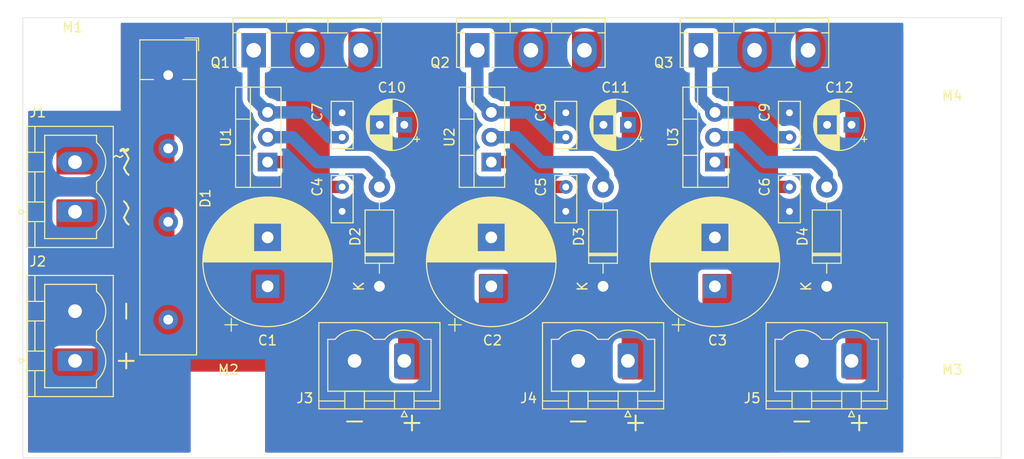
<source format=kicad_pcb>
(kicad_pcb (version 20221018) (generator pcbnew)
  (layers (0 "F.Cu" signal) (31 "B.Cu" signal) (34 "B.Paste" user) (35 "F.Paste" user) (36 "B.SilkS" user "B.Silkscreen") (37 "F.SilkS" user "F.Silkscreen") (38 "B.Mask" user) (39 "F.Mask" user) (44 "Edge.Cuts" user))
  (net 0 "")
  (net 1 "/GND")
  (net 2 "/VCC")
  (net 3 "/+15V")
  (net 4 "Net-(C7-Pad1)")
  (net 5 "/+12V")
  (net 6 "/+5V")
  (net 7 "Net-(D1-Pad2)")
  (net 8 "Net-(D1-Pad3)")
  (net 9 "Net-(D2-Pad2)")
  (net 10 "Net-(D3-Pad2)")
  (net 11 "Net-(D4-Pad2)")
  (net 12 "Net-(C8-Pad1)")
  (net 13 "Net-(C9-Pad1)")
  (footprint "Package_TO_SOT_THT:TO-218-3_Vertical" (layer "F.Cu") (at 141.45 53.34)
    (fp_text reference "Q2" (at -3.81 1.27) (layer "F.SilkS"))
    (fp_text value "TIP3055")
    (pad "1" thru_hole rect (at 0 0) (size 2.5 3.5) (drill 1.5) (layers "*.Cu" "*.Mask") (net 12 "Net-(C8-Pad1)"))
    (pad "2" thru_hole oval (at 5.475 0) (size 2.5 3.5) (drill 1.5) (layers "*.Cu" "*.Mask") (net 2 "/VCC"))
    (pad "3" thru_hole oval (at 10.95 0) (size 2.5 3.5) (drill 1.5) (layers "*.Cu" "*.Mask") (net 5 "/+12V"))
  )
  (footprint "Package_TO_SOT_THT:TO-218-3_Vertical" (layer "F.Cu") (at 164.31 53.34)
    (fp_text reference "Q3" (at -3.81 1.27) (layer "F.SilkS"))
    (fp_text value "TIP3055")
    (pad "1" thru_hole rect (at 0 0) (size 2.5 3.5) (drill 1.5) (layers "*.Cu" "*.Mask") (net 13 "Net-(C9-Pad1)"))
    (pad "2" thru_hole oval (at 5.475 0) (size 2.5 3.5) (drill 1.5) (layers "*.Cu" "*.Mask") (net 2 "/VCC"))
    (pad "3" thru_hole oval (at 10.95 0) (size 2.5 3.5) (drill 1.5) (layers "*.Cu" "*.Mask") (net 6 "/+5V"))
  )
  (footprint "Connector_Phoenix_MSTB:PhoenixContact_MSTBVA_2,5_2-G-5,08_1x02_P5.08mm_Vertical" (layer "F.Cu") (at 100.33 69.85 90)
    (fp_text reference "J1" (at 10.16 -3.81 180) (layer "F.SilkS"))
    (fp_text value "Conn_01x02_Female")
    (pad "1" thru_hole roundrect (at 0 0 90) (size 2.08 3.6) (drill 1.4) (layers "*.Cu" "*.Mask") (roundrect_rratio 0.1201918269) (net 8 "Net-(D1-Pad3)"))
    (pad "2" thru_hole oval (at 5.08 0 90) (size 2.08 3.6) (drill 1.4) (layers "*.Cu" "*.Mask") (net 7 "Net-(D1-Pad2)"))
  )
  (footprint "Package_TO_SOT_THT:TO-218-3_Vertical" (layer "F.Cu") (at 118.59 53.34)
    (fp_text reference "Q1" (at -3.415 1.27) (layer "F.SilkS"))
    (fp_text value "TIP3055")
    (pad "1" thru_hole rect (at 0 0) (size 2.5 3.5) (drill 1.5) (layers "*.Cu" "*.Mask") (net 4 "Net-(C7-Pad1)"))
    (pad "2" thru_hole oval (at 5.475 0) (size 2.5 3.5) (drill 1.5) (layers "*.Cu" "*.Mask") (net 2 "/VCC"))
    (pad "3" thru_hole oval (at 10.95 0) (size 2.5 3.5) (drill 1.5) (layers "*.Cu" "*.Mask") (net 3 "/+15V"))
  )
  (footprint "Connector_Phoenix_MSTB:PhoenixContact_MSTBVA_2,5_2-G-5,08_1x02_P5.08mm_Vertical" (layer "F.Cu") (at 100.33 85.09 90)
    (fp_text reference "J2" (at 10.16 -3.81 180) (layer "F.SilkS"))
    (fp_text value "Conn_01x02_Female")
    (pad "1" thru_hole roundrect (at 0 0 90) (size 2.08 3.6) (drill 1.4) (layers "*.Cu" "*.Mask") (roundrect_rratio 0.1201918269) (net 2 "/VCC"))
    (pad "2" thru_hole oval (at 5.08 0 90) (size 2.08 3.6) (drill 1.4) (layers "*.Cu" "*.Mask") (net 1 "/GND"))
  )
  (footprint "Diode_THT:D_DO-41_SOD81_P10.16mm_Horizontal" (layer "F.Cu") (at 131.445 77.47 90)
    (fp_text reference "D2" (at 5.08 -2.47 90) (layer "F.SilkS"))
    (fp_text value "1N4001")
    (fp_text user "K" (at 0 -2.1 90) (layer "F.SilkS"))
    (pad "1" thru_hole rect (at 0 0 90) (size 2.2 2.2) (drill 1.1) (layers "*.Cu" "*.Mask") (net 1 "/GND"))
    (pad "2" thru_hole oval (at 10.16 0 90) (size 2.2 2.2) (drill 1.1) (layers "*.Cu" "*.Mask") (net 9 "Net-(D2-Pad2)"))
  )
  (footprint "Diode_THT:D_DO-41_SOD81_P10.16mm_Horizontal" (layer "F.Cu") (at 177.165 77.47 90)
    (fp_text reference "D4" (at 5.08 -2.47 90) (layer "F.SilkS"))
    (fp_text value "1N4001")
    (fp_text user "K" (at 0 -2.1 90) (layer "F.SilkS"))
    (pad "1" thru_hole rect (at 0 0 90) (size 2.2 2.2) (drill 1.1) (layers "*.Cu" "*.Mask") (net 1 "/GND"))
    (pad "2" thru_hole oval (at 10.16 0 90) (size 2.2 2.2) (drill 1.1) (layers "*.Cu" "*.Mask") (net 11 "Net-(D4-Pad2)"))
  )
  (footprint "Capacitor_THT:C_Rect_L4.6mm_W2.0mm_P2.50mm_MKS02_FKP02" (layer "F.Cu") (at 173.355 67.31 -90)
    (fp_text reference "C6" (at 0 2.54 90) (layer "F.SilkS"))
    (fp_text value "100n")
    (pad "1" thru_hole circle (at 0 0 270) (size 1.4 1.4) (drill 0.7) (layers "*.Cu" "*.Mask") (net 2 "/VCC"))
    (pad "2" thru_hole circle (at 2.5 0 270) (size 1.4 1.4) (drill 0.7) (layers "*.Cu" "*.Mask") (net 1 "/GND"))
  )
  (footprint "Capacitor_THT:C_Rect_L4.6mm_W2.0mm_P2.50mm_MKS02_FKP02" (layer "F.Cu") (at 150.495 62.23 90)
    (fp_text reference "C8" (at 2.54 -2.54 90) (layer "F.SilkS"))
    (fp_text value "100n")
    (pad "1" thru_hole circle (at 0 0 90) (size 1.4 1.4) (drill 0.7) (layers "*.Cu" "*.Mask") (net 12 "Net-(C8-Pad1)"))
    (pad "2" thru_hole circle (at 2.5 0 90) (size 1.4 1.4) (drill 0.7) (layers "*.Cu" "*.Mask") (net 1 "/GND"))
  )
  (footprint "Capacitor_THT:CP_Radial_D5.0mm_P2.50mm" (layer "F.Cu") (at 133.985 60.96 180)
    (fp_text reference "C10" (at 1.27 3.81) (layer "F.SilkS"))
    (fp_text value "22u")
    (pad "1" thru_hole rect (at 0 0 180) (size 1.6 1.6) (drill 0.8) (layers "*.Cu" "*.Mask") (net 3 "/+15V"))
    (pad "2" thru_hole circle (at 2.5 0 180) (size 1.6 1.6) (drill 0.8) (layers "*.Cu" "*.Mask") (net 1 "/GND"))
  )
  (footprint "Capacitor_THT:CP_Radial_D5.0mm_P2.50mm" (layer "F.Cu") (at 179.705 60.96 180)
    (fp_text reference "C12" (at 1.25 3.81) (layer "F.SilkS"))
    (fp_text value "22u")
    (pad "1" thru_hole rect (at 0 0 180) (size 1.6 1.6) (drill 0.8) (layers "*.Cu" "*.Mask") (net 6 "/+5V"))
    (pad "2" thru_hole circle (at 2.5 0 180) (size 1.6 1.6) (drill 0.8) (layers "*.Cu" "*.Mask") (net 1 "/GND"))
  )
  (footprint "Diode_THT:D_DO-41_SOD81_P10.16mm_Horizontal" (layer "F.Cu") (at 154.305 77.47 90)
    (fp_text reference "D3" (at 5.08 -2.47 90) (layer "F.SilkS"))
    (fp_text value "1N4001")
    (fp_text user "K" (at 0 -2.1 90) (layer "F.SilkS"))
    (pad "1" thru_hole rect (at 0 0 90) (size 2.2 2.2) (drill 1.1) (layers "*.Cu" "*.Mask") (net 1 "/GND"))
    (pad "2" thru_hole oval (at 10.16 0 90) (size 2.2 2.2) (drill 1.1) (layers "*.Cu" "*.Mask") (net 10 "Net-(D3-Pad2)"))
  )
  (footprint "Capacitor_THT:C_Rect_L4.6mm_W2.0mm_P2.50mm_MKS02_FKP02" (layer "F.Cu") (at 127.635 67.31 -90)
    (fp_text reference "C4" (at 0 2.54 90) (layer "F.SilkS"))
    (fp_text value "100n")
    (pad "1" thru_hole circle (at 0 0 270) (size 1.4 1.4) (drill 0.7) (layers "*.Cu" "*.Mask") (net 2 "/VCC"))
    (pad "2" thru_hole circle (at 2.5 0 270) (size 1.4 1.4) (drill 0.7) (layers "*.Cu" "*.Mask") (net 1 "/GND"))
  )
  (footprint "Capacitor_THT:CP_Radial_D13.0mm_P5.00mm" (layer "F.Cu") (at 142.875 77.47 90)
    (fp_text reference "C2" (at -5.53 0.125 180) (layer "F.SilkS"))
    (fp_text value "470u")
    (pad "1" thru_hole rect (at 0 0 90) (size 2.4 2.4) (drill 1.2) (layers "*.Cu" "*.Mask") (net 2 "/VCC"))
    (pad "2" thru_hole circle (at 5 0 90) (size 2.4 2.4) (drill 1.2) (layers "*.Cu" "*.Mask") (net 1 "/GND"))
  )
  (footprint "Package_TO_SOT_THT:TO-220-3_Vertical" (layer "F.Cu") (at 142.875 64.77 90)
    (fp_text reference "U2" (at 2.54 -4.27 90) (layer "F.SilkS"))
    (fp_text value "LM7812_TO220")
    (pad "1" thru_hole rect (at 0 0 90) (size 1.905 2) (drill 1.1) (layers "*.Cu" "*.Mask") (net 2 "/VCC"))
    (pad "2" thru_hole oval (at 2.54 0 90) (size 1.905 2) (drill 1.1) (layers "*.Cu" "*.Mask") (net 10 "Net-(D3-Pad2)"))
    (pad "3" thru_hole oval (at 5.08 0 90) (size 1.905 2) (drill 1.1) (layers "*.Cu" "*.Mask") (net 12 "Net-(C8-Pad1)"))
  )
  (footprint "Capacitor_THT:CP_Radial_D5.0mm_P2.50mm" (layer "F.Cu") (at 156.845 60.96 180)
    (fp_text reference "C11" (at 1.27 3.81) (layer "F.SilkS"))
    (fp_text value "22u")
    (pad "1" thru_hole rect (at 0 0 180) (size 1.6 1.6) (drill 0.8) (layers "*.Cu" "*.Mask") (net 5 "/+12V"))
    (pad "2" thru_hole circle (at 2.5 0 180) (size 1.6 1.6) (drill 0.8) (layers "*.Cu" "*.Mask") (net 1 "/GND"))
  )
  (footprint "Capacitor_THT:C_Rect_L4.6mm_W2.0mm_P2.50mm_MKS02_FKP02" (layer "F.Cu") (at 127.635 62.23 90)
    (fp_text reference "C7" (at 2.54 -2.54 90) (layer "F.SilkS"))
    (fp_text value "100n")
    (pad "1" thru_hole circle (at 0 0 90) (size 1.4 1.4) (drill 0.7) (layers "*.Cu" "*.Mask") (net 4 "Net-(C7-Pad1)"))
    (pad "2" thru_hole circle (at 2.5 0 90) (size 1.4 1.4) (drill 0.7) (layers "*.Cu" "*.Mask") (net 1 "/GND"))
  )
  (footprint "Capacitor_THT:CP_Radial_D13.0mm_P5.00mm" (layer "F.Cu") (at 165.735 77.47 90)
    (fp_text reference "C3" (at -5.53 0.265 180) (layer "F.SilkS"))
    (fp_text value "470u")
    (pad "1" thru_hole rect (at 0 0 90) (size 2.4 2.4) (drill 1.2) (layers "*.Cu" "*.Mask") (net 2 "/VCC"))
    (pad "2" thru_hole circle (at 5 0 90) (size 2.4 2.4) (drill 1.2) (layers "*.Cu" "*.Mask") (net 1 "/GND"))
  )
  (footprint "Package_TO_SOT_THT:TO-220-3_Vertical" (layer "F.Cu") (at 120.015 64.77 90)
    (fp_text reference "U1" (at 2.54 -4.27 90) (layer "F.SilkS"))
    (fp_text value "LM7815_TO220")
    (pad "1" thru_hole rect (at 0 0 90) (size 1.905 2) (drill 1.1) (layers "*.Cu" "*.Mask") (net 2 "/VCC"))
    (pad "2" thru_hole oval (at 2.54 0 90) (size 1.905 2) (drill 1.1) (layers "*.Cu" "*.Mask") (net 9 "Net-(D2-Pad2)"))
    (pad "3" thru_hole oval (at 5.08 0 90) (size 1.905 2) (drill 1.1) (layers "*.Cu" "*.Mask") (net 4 "Net-(C7-Pad1)"))
  )
  (footprint "Capacitor_THT:CP_Radial_D13.0mm_P5.00mm" (layer "F.Cu") (at 120.015 77.47 90)
    (fp_text reference "C1" (at -5.53 -0.015 180) (layer "F.SilkS"))
    (fp_text value "470u")
    (pad "1" thru_hole rect (at 0 0 90) (size 2.4 2.4) (drill 1.2) (layers "*.Cu" "*.Mask") (net 2 "/VCC"))
    (pad "2" thru_hole circle (at 5 0 90) (size 2.4 2.4) (drill 1.2) (layers "*.Cu" "*.Mask") (net 1 "/GND"))
  )
  (footprint "Capacitor_THT:C_Rect_L4.6mm_W2.0mm_P2.50mm_MKS02_FKP02" (layer "F.Cu") (at 173.355 62.23 90)
    (fp_text reference "C9" (at 2.54 -2.54 90) (layer "F.SilkS"))
    (fp_text value "100n")
    (pad "1" thru_hole circle (at 0 0 90) (size 1.4 1.4) (drill 0.7) (layers "*.Cu" "*.Mask") (net 13 "Net-(C9-Pad1)"))
    (pad "2" thru_hole circle (at 2.5 0 90) (size 1.4 1.4) (drill 0.7) (layers "*.Cu" "*.Mask") (net 1 "/GND"))
  )
  (footprint "Capacitor_THT:C_Rect_L4.6mm_W2.0mm_P2.50mm_MKS02_FKP02" (layer "F.Cu") (at 150.495 67.31 -90)
    (fp_text reference "C5" (at 0 2.54 90) (layer "F.SilkS"))
    (fp_text value "100n")
    (pad "1" thru_hole circle (at 0 0 270) (size 1.4 1.4) (drill 0.7) (layers "*.Cu" "*.Mask") (net 2 "/VCC"))
    (pad "2" thru_hole circle (at 2.5 0 270) (size 1.4 1.4) (drill 0.7) (layers "*.Cu" "*.Mask") (net 1 "/GND"))
  )
  (footprint "Diode_THT:Diode_Bridge_32.0x5.6x17.0mm_P10.0mm_P7.5mm" (layer "F.Cu") (at 109.855 55.88 -90)
    (fp_text reference "D1" (at 12.6 -3.8 270) (layer "F.SilkS"))
    (fp_text value "GSIB2520")
    (pad "1" thru_hole rect (at 0 0 270) (size 2 2) (drill 1) (layers "*.Cu" "*.Mask") (net 1 "/GND"))
    (pad "2" thru_hole circle (at 7.5 0 270) (size 2 2) (drill 1) (layers "*.Cu" "*.Mask") (net 7 "Net-(D1-Pad2)"))
    (pad "3" thru_hole circle (at 15 0 270) (size 2 2) (drill 1) (layers "*.Cu" "*.Mask") (net 8 "Net-(D1-Pad3)"))
    (pad "4" thru_hole circle (at 25 0 270) (size 2 2) (drill 1) (layers "*.Cu" "*.Mask") (net 2 "/VCC"))
  )
  (footprint "Connector_Phoenix_MSTB:PhoenixContact_MSTBVA_2,5_2-G-5,08_1x02_P5.08mm_Vertical" (layer "F.Cu") (at 179.705 85.09 180)
    (fp_text reference "J5" (at 10.16 -3.81) (layer "F.SilkS"))
    (fp_text value "Conn_01x02_Female")
    (pad "1" thru_hole roundrect (at 0 0 180) (size 2.08 3.6) (drill 1.4) (layers "*.Cu" "*.Mask") (roundrect_rratio 0.1201918269) (net 6 "/+5V"))
    (pad "2" thru_hole oval (at 5.08 0 180) (size 2.08 3.6) (drill 1.4) (layers "*.Cu" "*.Mask") (net 1 "/GND"))
  )
  (footprint "Connector_Phoenix_MSTB:PhoenixContact_MSTBVA_2,5_2-G-5,08_1x02_P5.08mm_Vertical" (layer "F.Cu") (at 156.845 85.09 180)
    (fp_text reference "J4" (at 10.16 -3.81) (layer "F.SilkS"))
    (fp_text value "Conn_01x02_Female")
    (pad "1" thru_hole roundrect (at 0 0 180) (size 2.08 3.6) (drill 1.4) (layers "*.Cu" "*.Mask") (roundrect_rratio 0.1201918269) (net 5 "/+12V"))
    (pad "2" thru_hole oval (at 5.08 0 180) (size 2.08 3.6) (drill 1.4) (layers "*.Cu" "*.Mask") (net 1 "/GND"))
  )
  (footprint "Connector_Phoenix_MSTB:PhoenixContact_MSTBVA_2,5_2-G-5,08_1x02_P5.08mm_Vertical" (layer "F.Cu") (at 133.985 85.09 180)
    (fp_text reference "J3" (at 10.16 -3.81) (layer "F.SilkS"))
    (fp_text value "Conn_01x02_Female")
    (pad "1" thru_hole roundrect (at 0 0 180) (size 2.08 3.6) (drill 1.4) (layers "*.Cu" "*.Mask") (roundrect_rratio 0.1201918269) (net 3 "/+15V"))
    (pad "2" thru_hole oval (at 5.08 0 180) (size 2.08 3.6) (drill 1.4) (layers "*.Cu" "*.Mask") (net 1 "/GND"))
  )
  (footprint "Package_TO_SOT_THT:TO-220-3_Vertical" (layer "F.Cu") (at 165.735 64.77 90)
    (fp_text reference "U3" (at 2.54 -4.27 90) (layer "F.SilkS"))
    (fp_text value "LM7805_TO220")
    (pad "1" thru_hole rect (at 0 0 90) (size 1.905 2) (drill 1.1) (layers "*.Cu" "*.Mask") (net 2 "/VCC"))
    (pad "2" thru_hole oval (at 2.54 0 90) (size 1.905 2) (drill 1.1) (layers "*.Cu" "*.Mask") (net 11 "Net-(D4-Pad2)"))
    (pad "3" thru_hole oval (at 5.08 0 90) (size 1.905 2) (drill 1.1) (layers "*.Cu" "*.Mask") (net 13 "Net-(C9-Pad1)"))
  )
  (footprint "MountingHole:MountingHole_3mm" (layer "F.Cu") (at 100 55)
    (fp_text reference "M1" (at 0.08 -4) (layer "F.SilkS"))
    (fp_text value "MountingHole_3mm")
    (pad "" np_thru_hole circle (at 0 0) (size 3 3) (drill 3) (layers "*.Cu" "*.Mask"))
  )
  (footprint "MountingHole:MountingHole_3mm" (layer "F.Cu") (at 190 54)
    (fp_text reference "M4" (at 0 4) (layer "F.SilkS"))
    (fp_text value "MountingHole_3mm")
    (pad "" np_thru_hole circle (at 0 0) (size 3 3) (drill 3) (layers "*.Cu" "*.Mask"))
  )
  (footprint "MountingHole:MountingHole_3mm" (layer "F.Cu") (at 190 90)
    (fp_text reference "M3" (at 0 -4) (layer "F.SilkS"))
    (fp_text value "MountingHole_3mm")
    (pad "" np_thru_hole circle (at 0 0) (size 3 3) (drill 3) (layers "*.Cu" "*.Mask"))
  )
  (footprint "MountingHole:MountingHole_3mm" (layer "F.Cu") (at 116 90)
    (fp_text reference "M2" (at 0 -4) (layer "F.SilkS"))
    (fp_text value "MountingHole_3mm")
    (pad "" np_thru_hole circle (at 0 0) (size 3 3) (drill 3) (layers "*.Cu" "*.Mask"))
  )
  (gr_line (start 95 50) (end 95 95) (stroke (width 0.05)) (layer "Edge.Cuts"))
  (gr_line (start 95 95) (end 195 95) (stroke (width 0.05)) (layer "Edge.Cuts"))
  (gr_line (start 195 95) (end 195 50) (stroke (width 0.05)) (layer "Edge.Cuts"))
  (gr_line (start 195 50) (end 95 50) (stroke (width 0.05)) (layer "Edge.Cuts"))
  (gr_text "~" (at 105.41 69.85 90) (layer "F.SilkS") (effects (font (size 5 5) (thickness 0.2))))
  (gr_text "+" (at 105.41 85.09 90) (layer "F.SilkS") (effects (font (size 2 2) (thickness 0.2))))
  (gr_text "-" (at 128.905 91.44 180) (layer "F.SilkS") (effects (font (size 2 2) (thickness 0.2))))
  (gr_text "+" (at 134.62 91.44 90) (layer "F.SilkS") (effects (font (size 2 2) (thickness 0.2))))
  (gr_text "+" (at 157.48 91.44 90) (layer "F.SilkS") (effects (font (size 2 2) (thickness 0.2))))
  (gr_text "-" (at 151.765 91.44 180) (layer "F.SilkS") (effects (font (size 2 2) (thickness 0.2))))
  (gr_text "+" (at 180.34 91.44 90) (layer "F.SilkS") (effects (font (size 2 2) (thickness 0.2))))
  (gr_text "-" (at 174.625 91.44 180) (layer "F.SilkS") (effects (font (size 2 2) (thickness 0.2))))
  (gr_text "~" (at 105.41 63.5) (layer "F.SilkS") (effects (font (size 1.5 1.5) (thickness 0.3))))
  (gr_text "~" (at 104.775 64.135) (layer "F.SilkS") (effects (font (size 2 2))))
  (gr_text "~" (at 105.41 64.77 90) (layer "F.SilkS") (effects (font (size 5 5) (thickness 0.2))))
  (gr_text "-" (at 105.41 80.01 90) (layer "F.SilkS") (effects (font (size 2 2) (thickness 0.2))))
  (segment (start 127.635 67.31) (end 123.825 67.31) (width 1.27) (layer "F.Cu") (net 2))
  (segment (start 150.495 67.31) (end 146.685 67.31) (width 1.27) (layer "F.Cu") (net 2))
  (segment (start 142.875 64.77) (end 146.685 64.77) (width 1.27) (layer "F.Cu") (net 2))
  (segment (start 165.735 64.77) (end 169.545 64.77) (width 1.27) (layer "F.Cu") (net 2))
  (segment (start 173.355 67.31) (end 169.545 67.31) (width 1.27) (layer "F.Cu") (net 2))
  (segment (start 120.015 64.77) (end 123.825 64.77) (width 1.27) (layer "F.Cu") (net 2))
  (segment (start 118.59 58.265) (end 120.015 59.69) (width 1.27) (layer "B.Cu") (net 4))
  (segment (start 120.015 59.69) (end 123.825 59.69) (width 1.27) (layer "B.Cu") (net 4))
  (segment (start 123.825 59.69) (end 126.365 62.23) (width 1.27) (layer "B.Cu") (net 4))
  (segment (start 126.365 62.23) (end 127.635 62.23) (width 1.27) (layer "B.Cu") (net 4))
  (segment (start 118.59 53.34) (end 118.59 58.265) (width 1.27) (layer "B.Cu") (net 4))
  (segment (start 131.445 66.04) (end 131.445 67.31) (width 1.27) (layer "B.Cu") (net 9))
  (segment (start 130.175 64.77) (end 131.445 66.04) (width 1.27) (layer "B.Cu") (net 9))
  (segment (start 125.095 64.77) (end 130.175 64.77) (width 1.27) (layer "B.Cu") (net 9))
  (segment (start 122.555 62.23) (end 125.095 64.77) (width 1.27) (layer "B.Cu") (net 9))
  (segment (start 120.015 62.23) (end 122.555 62.23) (width 1.27) (layer "B.Cu") (net 9))
  (segment (start 154.305 66.04) (end 154.305 67.31) (width 1.27) (layer "B.Cu") (net 10))
  (segment (start 153.035 64.77) (end 154.305 66.04) (width 1.27) (layer "B.Cu") (net 10))
  (segment (start 147.955 64.77) (end 153.035 64.77) (width 1.27) (layer "B.Cu") (net 10))
  (segment (start 145.415 62.23) (end 147.955 64.77) (width 1.27) (layer "B.Cu") (net 10))
  (segment (start 142.875 62.23) (end 145.415 62.23) (width 1.27) (layer "B.Cu") (net 10))
  (segment (start 175.895 64.77) (end 177.165 66.04) (width 1.27) (layer "B.Cu") (net 11))
  (segment (start 177.165 66.04) (end 177.165 67.31) (width 1.27) (layer "B.Cu") (net 11))
  (segment (start 170.815 64.77) (end 175.895 64.77) (width 1.27) (layer "B.Cu") (net 11))
  (segment (start 168.275 62.23) (end 170.815 64.77) (width 1.27) (layer "B.Cu") (net 11))
  (segment (start 165.735 62.23) (end 168.275 62.23) (width 1.27) (layer "B.Cu") (net 11))
  (segment (start 149.225 62.23) (end 150.495 62.23) (width 1.27) (layer "B.Cu") (net 12))
  (segment (start 146.685 59.69) (end 149.225 62.23) (width 1.27) (layer "B.Cu") (net 12))
  (segment (start 142.875 59.69) (end 146.685 59.69) (width 1.27) (layer "B.Cu") (net 12))
  (segment (start 142.875 59.69) (end 141.45 58.265) (width 1.27) (layer "B.Cu") (net 12))
  (segment (start 141.45 58.265) (end 141.45 53.34) (width 1.27) (layer "B.Cu") (net 12))
  (segment (start 169.545 59.69) (end 172.085 62.23) (width 1.27) (layer "B.Cu") (net 13))
  (segment (start 172.085 62.23) (end 173.355 62.23) (width 1.27) (layer "B.Cu") (net 13))
  (segment (start 165.735 59.69) (end 169.545 59.69) (width 1.27) (layer "B.Cu") (net 13))
  (segment (start 164.31 53.34) (end 164.31 58.265) (width 1.27) (layer "B.Cu") (net 13))
  (segment (start 164.31 58.265) (end 165.735 59.69) (width 1.27) (layer "B.Cu") (net 13))
  (zone (net 7) (net_name "Net-(D1-Pad2)") (layer "F.Cu") (connect_pads yes (clearance 0.508)) (min_thickness 0.254) (fill yes (thermal_gap 0.508) (thermal_bridge_width 0.508))
    (polygon (pts (xy 110.49 66.04) (xy 98.425 66.04) (xy 98.425 60.325) (xy 110.49 60.325)))
  )
  (zone (net 8) (net_name "Net-(D1-Pad3)") (layer "F.Cu") (connect_pads yes (clearance 0.508)) (min_thickness 0.254) (fill yes (thermal_gap 0.508) (thermal_bridge_width 0.508))
    (polygon (pts (xy 110.49 74.295) (xy 98.425 74.295) (xy 98.425 68.58) (xy 110.49 68.58)))
  )
  (zone (net 6) (net_name "/+5V") (layer "F.Cu") (connect_pads yes (clearance 0.508)) (min_thickness 0.254) (fill yes (thermal_gap 0.508) (thermal_bridge_width 0.508))
    (polygon (pts (xy 185 86.995) (xy 179.07 86.995) (xy 179.07 57.15) (xy 173.99 57.15) (xy 173.99 51.435) (xy 185 51.435)))
  )
  (zone (net 5) (net_name "/+12V") (layer "F.Cu") (connect_pads yes (clearance 0.508)) (min_thickness 0.254) (fill yes (thermal_gap 0.508) (thermal_bridge_width 0.508))
    (polygon (pts (xy 161.925 86.995) (xy 156.21 86.995) (xy 156.21 57.15) (xy 151.13 57.15) (xy 151.13 51.435) (xy 161.925 51.435)))
  )
  (zone (net 3) (net_name "/+15V") (layer "F.Cu") (connect_pads yes (clearance 0.508)) (min_thickness 0.254) (fill yes (thermal_gap 0.508) (thermal_bridge_width 0.508))
    (polygon (pts (xy 139.065 86.995) (xy 133.35 86.995) (xy 133.35 57.15) (xy 128.27 57.15) (xy 128.27 51.435) (xy 139.065 51.435)))
  )
  (zone (net 2) (net_name "/VCC") (layer "F.Cu") (connect_pads yes (clearance 0.508)) (min_thickness 0.254) (fill yes (thermal_gap 0.508) (thermal_bridge_width 0.508))
    (polygon (pts (xy 126.365 87.63) (xy 141.605 87.63) (xy 141.605 76.2) (xy 144.78 76.2) (xy 144.78 51.435) (xy 149.225 51.435) (xy 149.225 87.63) (xy 164.465 87.63) (xy 164.465 76.2) (xy 167.64 76.2) (xy 167.64 51.435) (xy 172.085 51.435) (xy 172.4025 95.0375) (xy 119.765 94.9625) (xy 119.765 86.195) (xy 112.145 86.195) (xy 112.145 94.9625) (xy 95.25 95.0375) (xy 95.25 83.82) (xy 104.525 83.82) (xy 104.525 75.4) (xy 121.92 75.4) (xy 121.92 51.435) (xy 126.365 51.435)))
  )
  (zone (net 1) (net_name "/GND") (layer "B.Cu") (connect_pads yes (clearance 0.508)) (min_thickness 0.254) (fill yes (thermal_gap 0.508) (thermal_bridge_width 0.508))
    (polygon (pts (xy 185 95.1475) (xy 119.765 94.8525) (xy 119.765 84.925) (xy 112.145 84.925) (xy 112.145 95) (xy 95 95) (xy 95 59.525) (xy 105 59.525) (xy 105 50) (xy 185 50)))
  )
)
</source>
